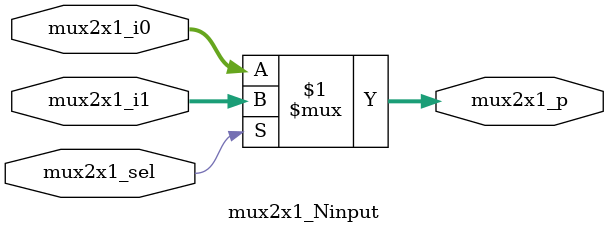
<source format=v>
`timescale 1ns / 1ps


module mux2x1_Ninput#(parameter SIZE = 4)                
    (                                               
    input  mux2x1_sel,         
    input [SIZE-1:0] mux2x1_i0,
    input [SIZE-1:0] mux2x1_i1,                    
    output [SIZE-1:0] mux2x1_p                              
    );                                              
													
    assign mux2x1_p = (mux2x1_sel) ? mux2x1_i1 : mux2x1_i0;   
endmodule      
</source>
